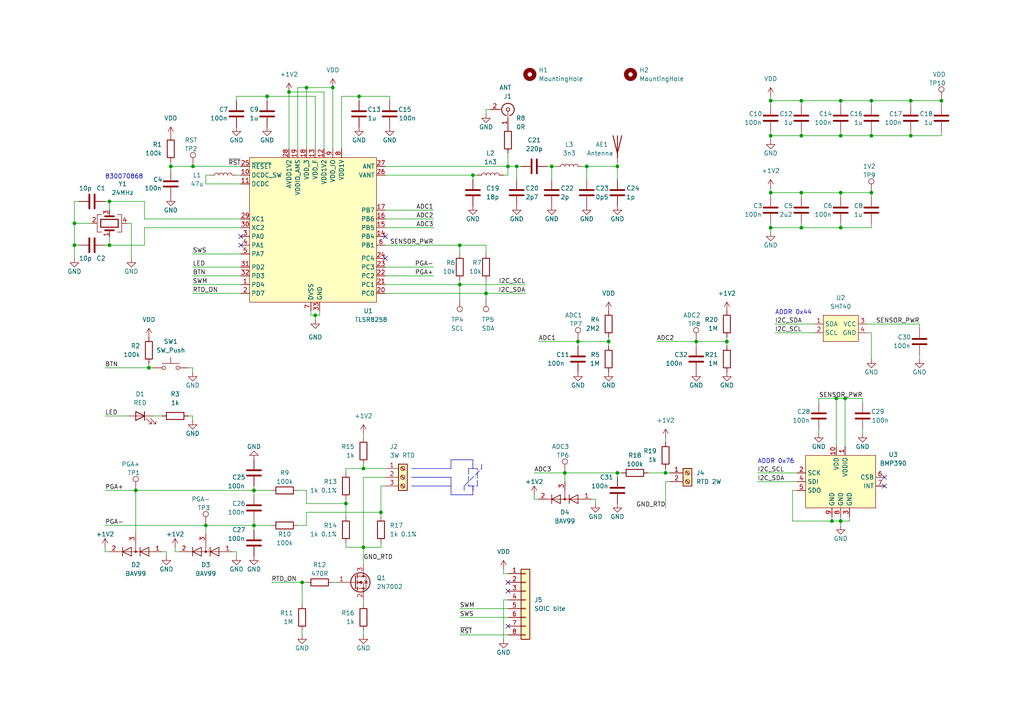
<source format=kicad_sch>
(kicad_sch (version 20211123) (generator eeschema)
  (paper "A4")
  (junction (at 241.3 151.13))
  (junction (at 176.53 99.06))
  (junction (at 232.41 39.37))
  (junction (at 232.41 66.04))
  (junction (at 223.52 39.37))
  (junction (at 73.66 152.4))
  (junction (at 88.9 25.4))
  (junction (at 91.44 91.44))
  (junction (at 232.41 29.21))
  (junction (at 223.52 55.88))
  (junction (at 73.66 142.24))
  (junction (at 55.9732 48.26))
  (junction (at 167.64 99.06))
  (junction (at 179.07 137.16))
  (junction (at 242.57 115.57))
  (junction (at 243.84 66.04))
  (junction (at 105.41 135.89))
  (junction (at 49.53 48.26))
  (junction (at 273.05 29.21))
  (junction (at 243.84 39.37))
  (junction (at 179.07 48.26))
  (junction (at 137.16 50.8))
  (junction (at 264.16 29.21))
  (junction (at 104.14 27.94))
  (junction (at 133.35 82.55))
  (junction (at 59.69 152.4))
  (junction (at 223.52 29.21))
  (junction (at 39.37 142.24))
  (junction (at 252.73 29.21))
  (junction (at 31.75 58.42))
  (junction (at 133.35 71.12))
  (junction (at 110.49 148.59))
  (junction (at 149.86 48.26))
  (junction (at 83.82 26.67))
  (junction (at 31.75 71.12))
  (junction (at 232.41 55.88))
  (junction (at 243.84 55.88))
  (junction (at 87.63 168.91))
  (junction (at 105.41 158.75))
  (junction (at 163.83 137.16))
  (junction (at 140.97 85.09))
  (junction (at 21.59 64.77))
  (junction (at 21.59 71.12))
  (junction (at 245.11 115.57))
  (junction (at 210.82 99.06))
  (junction (at 243.84 151.13))
  (junction (at 100.33 146.05))
  (junction (at 43.18 106.68))
  (junction (at 96.52 25.4))
  (junction (at 252.73 39.37))
  (junction (at 252.73 55.88))
  (junction (at 193.04 137.16))
  (junction (at 160.02 48.26))
  (junction (at 77.47 27.94))
  (junction (at 170.18 48.26))
  (junction (at 264.16 39.37))
  (junction (at 201.93 99.06))
  (junction (at 243.84 29.21))
  (junction (at 147.32 48.26))
  (junction (at 223.52 66.04))
  (no_connect (at 69.85 71.12))
  (no_connect (at 111.76 74.93))
  (no_connect (at 256.54 140.97))
  (no_connect (at 256.54 138.43))
  (no_connect (at 147.32 171.45))
  (no_connect (at 111.76 68.58))
  (no_connect (at 147.32 168.91))
  (no_connect (at 69.85 68.58))
  (no_connect (at 147.32 181.61))
  (wire (pts (xy 111.76 85.09) (xy 140.97 85.09)))
  (wire (pts (xy 90.17 90.17) (xy 90.17 91.44)))
  (wire (pts (xy 41.91 63.5) (xy 69.85 63.5)))
  (wire (pts (xy 243.84 39.37) (xy 252.73 39.37)))
  (wire (pts (xy 73.66 140.97) (xy 73.66 142.24)))
  (wire (pts (xy 149.86 48.26) (xy 151.13 48.26)))
  (polyline (pts (xy 134.62 140.97) (xy 134.62 142.24)))
  (wire (pts (xy 100.33 135.89) (xy 100.33 137.16)))
  (wire (pts (xy 154.94 137.16) (xy 163.83 137.16)))
  (wire (pts (xy 111.76 66.04) (xy 125.73 66.04)))
  (wire (pts (xy 38.1 64.77) (xy 36.83 64.77)))
  (wire (pts (xy 146.05 185.42) (xy 146.05 173.99)))
  (wire (pts (xy 111.76 60.96) (xy 125.73 60.96)))
  (wire (pts (xy 264.16 39.37) (xy 252.73 39.37)))
  (wire (pts (xy 41.91 63.5) (xy 41.91 58.42)))
  (wire (pts (xy 243.84 151.13) (xy 246.38 151.13)))
  (wire (pts (xy 111.76 82.55) (xy 133.35 82.55)))
  (wire (pts (xy 73.66 142.24) (xy 73.66 143.51)))
  (wire (pts (xy 147.32 44.45) (xy 147.32 48.26)))
  (wire (pts (xy 59.69 53.34) (xy 69.85 53.34)))
  (wire (pts (xy 55.88 121.92) (xy 55.88 120.65)))
  (wire (pts (xy 146.05 173.99) (xy 147.32 173.99)))
  (wire (pts (xy 105.41 138.43) (xy 105.41 158.75)))
  (polyline (pts (xy 137.16 143.51) (xy 137.16 142.24)) (stroke (width 0) (type solid)))
  (wire (pts (xy 49.53 48.26) (xy 49.53 49.53)))
  (wire (pts (xy 110.49 157.48) (xy 110.49 158.75)))
  (wire (pts (xy 232.41 64.77) (xy 232.41 66.04)))
  (wire (pts (xy 43.18 105.41) (xy 43.18 106.68)))
  (wire (pts (xy 223.52 39.37) (xy 223.52 38.1)))
  (polyline (pts (xy 119.38 138.43) (xy 130.81 138.43)) (stroke (width 0) (type solid)))
  (wire (pts (xy 232.41 57.15) (xy 232.41 55.88)))
  (wire (pts (xy 193.04 135.89) (xy 193.04 137.16)))
  (wire (pts (xy 160.02 48.26) (xy 160.02 52.07)))
  (wire (pts (xy 201.93 99.06) (xy 210.82 99.06)))
  (wire (pts (xy 88.9 148.59) (xy 110.49 148.59)))
  (wire (pts (xy 156.21 99.06) (xy 167.64 99.06)))
  (wire (pts (xy 158.75 48.26) (xy 160.02 48.26)))
  (wire (pts (xy 243.84 38.1) (xy 243.84 39.37)))
  (wire (pts (xy 21.59 71.12) (xy 22.86 71.12)))
  (wire (pts (xy 111.76 63.5) (xy 125.73 63.5)))
  (wire (pts (xy 68.58 29.21) (xy 68.58 27.94)))
  (wire (pts (xy 168.91 48.26) (xy 170.18 48.26)))
  (polyline (pts (xy 137.16 134.62) (xy 137.16 135.89)))
  (polyline (pts (xy 137.16 133.35) (xy 137.16 134.62)) (stroke (width 0) (type solid)))
  (wire (pts (xy 170.18 48.26) (xy 170.18 52.07)))
  (wire (pts (xy 100.33 135.89) (xy 105.41 135.89)))
  (wire (pts (xy 219.71 137.16) (xy 231.14 137.16)))
  (wire (pts (xy 48.26 160.02) (xy 48.26 161.29)))
  (wire (pts (xy 147.32 50.8) (xy 146.05 50.8)))
  (wire (pts (xy 176.53 97.79) (xy 176.53 99.06)))
  (wire (pts (xy 105.41 125.73) (xy 105.41 127)))
  (wire (pts (xy 77.47 27.94) (xy 91.44 27.94)))
  (wire (pts (xy 252.73 66.04) (xy 252.73 64.77)))
  (polyline (pts (xy 138.43 140.97) (xy 138.43 135.89)))
  (wire (pts (xy 251.46 93.98) (xy 266.7 93.98)))
  (wire (pts (xy 242.57 129.54) (xy 242.57 115.57)))
  (wire (pts (xy 41.91 58.42) (xy 31.75 58.42)))
  (wire (pts (xy 39.37 142.24) (xy 39.37 154.94)))
  (wire (pts (xy 96.52 168.91) (xy 97.79 168.91)))
  (wire (pts (xy 88.9 152.4) (xy 88.9 148.59)))
  (wire (pts (xy 219.71 139.7) (xy 231.14 139.7)))
  (wire (pts (xy 105.41 182.88) (xy 105.41 184.15)))
  (wire (pts (xy 224.79 93.98) (xy 236.22 93.98)))
  (wire (pts (xy 87.63 182.88) (xy 87.63 184.15)))
  (wire (pts (xy 21.59 64.77) (xy 21.59 71.12)))
  (wire (pts (xy 229.87 142.24) (xy 229.87 151.13)))
  (wire (pts (xy 55.88 106.68) (xy 54.61 106.68)))
  (polyline (pts (xy 134.62 140.97) (xy 139.7 135.89)))
  (wire (pts (xy 41.91 66.04) (xy 69.85 66.04)))
  (wire (pts (xy 232.41 29.21) (xy 243.84 29.21)))
  (wire (pts (xy 49.53 48.26) (xy 55.9732 48.26)))
  (wire (pts (xy 179.07 138.43) (xy 179.07 137.16)))
  (polyline (pts (xy 137.16 135.89) (xy 138.43 135.89)))
  (wire (pts (xy 59.69 152.4) (xy 59.69 154.94)))
  (wire (pts (xy 243.84 55.88) (xy 252.73 55.88)))
  (wire (pts (xy 88.9 25.4) (xy 88.9 43.18)))
  (wire (pts (xy 31.75 68.58) (xy 31.75 71.12)))
  (wire (pts (xy 100.33 146.05) (xy 100.33 149.86)))
  (wire (pts (xy 55.88 80.01) (xy 69.85 80.01)))
  (wire (pts (xy 41.91 66.04) (xy 41.91 71.12)))
  (wire (pts (xy 78.74 152.4) (xy 73.66 152.4)))
  (wire (pts (xy 41.91 71.12) (xy 31.75 71.12)))
  (polyline (pts (xy 130.81 143.51) (xy 137.16 143.51)) (stroke (width 0) (type solid)))
  (wire (pts (xy 100.33 158.75) (xy 105.41 158.75)))
  (wire (pts (xy 86.36 152.4) (xy 88.9 152.4)))
  (wire (pts (xy 46.99 120.65) (xy 44.45 120.65)))
  (polyline (pts (xy 130.81 138.43) (xy 130.81 140.97)) (stroke (width 0) (type solid)))
  (wire (pts (xy 187.96 137.16) (xy 193.04 137.16)))
  (wire (pts (xy 223.52 27.94) (xy 223.52 29.21)))
  (wire (pts (xy 31.75 160.02) (xy 30.48 160.02)))
  (wire (pts (xy 140.97 85.09) (xy 152.4 85.09)))
  (wire (pts (xy 88.9 142.24) (xy 88.9 146.05)))
  (wire (pts (xy 36.83 120.65) (xy 30.48 120.65)))
  (wire (pts (xy 223.52 67.31) (xy 223.52 66.04)))
  (wire (pts (xy 55.88 73.66) (xy 69.85 73.66)))
  (wire (pts (xy 190.5 99.06) (xy 201.93 99.06)))
  (wire (pts (xy 52.07 160.02) (xy 50.8 160.02)))
  (wire (pts (xy 59.69 50.8) (xy 59.69 53.34)))
  (wire (pts (xy 105.41 134.62) (xy 105.41 135.89)))
  (wire (pts (xy 223.52 54.61) (xy 223.52 55.88)))
  (wire (pts (xy 111.76 77.47) (xy 125.73 77.47)))
  (wire (pts (xy 111.76 50.8) (xy 137.16 50.8)))
  (wire (pts (xy 68.58 160.02) (xy 68.58 161.29)))
  (wire (pts (xy 252.73 104.14) (xy 252.73 96.52)))
  (wire (pts (xy 87.63 168.91) (xy 88.9 168.91)))
  (wire (pts (xy 100.33 144.78) (xy 100.33 146.05)))
  (wire (pts (xy 83.82 26.67) (xy 83.82 43.18)))
  (wire (pts (xy 105.41 138.43) (xy 111.76 138.43)))
  (wire (pts (xy 55.88 107.95) (xy 55.88 106.68)))
  (wire (pts (xy 30.48 58.42) (xy 31.75 58.42)))
  (wire (pts (xy 273.05 38.1) (xy 273.05 39.37)))
  (wire (pts (xy 170.18 48.26) (xy 179.07 48.26)))
  (wire (pts (xy 73.66 142.24) (xy 78.74 142.24)))
  (wire (pts (xy 73.66 151.13) (xy 73.66 152.4)))
  (wire (pts (xy 167.64 99.06) (xy 167.64 100.33)))
  (wire (pts (xy 55.88 120.65) (xy 54.61 120.65)))
  (wire (pts (xy 229.87 151.13) (xy 241.3 151.13)))
  (wire (pts (xy 133.35 82.55) (xy 133.35 86.36)))
  (wire (pts (xy 223.52 66.04) (xy 232.41 66.04)))
  (wire (pts (xy 49.53 46.99) (xy 49.53 48.26)))
  (polyline (pts (xy 135.89 140.97) (xy 138.43 140.97)))
  (wire (pts (xy 133.35 176.53) (xy 147.32 176.53)))
  (wire (pts (xy 266.7 93.98) (xy 266.7 95.25)))
  (wire (pts (xy 67.31 160.02) (xy 68.58 160.02)))
  (wire (pts (xy 232.41 39.37) (xy 243.84 39.37)))
  (wire (pts (xy 243.84 29.21) (xy 252.73 29.21)))
  (wire (pts (xy 43.18 106.68) (xy 30.48 106.68)))
  (wire (pts (xy 250.19 124.46) (xy 250.19 125.73)))
  (wire (pts (xy 232.41 38.1) (xy 232.41 39.37)))
  (wire (pts (xy 264.16 38.1) (xy 264.16 39.37)))
  (wire (pts (xy 264.16 39.37) (xy 273.05 39.37)))
  (polyline (pts (xy 119.38 135.89) (xy 130.81 135.89)) (stroke (width 0) (type solid)))
  (wire (pts (xy 88.9 146.05) (xy 100.33 146.05)))
  (wire (pts (xy 140.97 73.66) (xy 140.97 71.12)))
  (wire (pts (xy 111.76 80.01) (xy 125.73 80.01)))
  (wire (pts (xy 21.59 64.77) (xy 26.67 64.77)))
  (wire (pts (xy 147.32 48.26) (xy 149.86 48.26)))
  (wire (pts (xy 59.69 152.4) (xy 73.66 152.4)))
  (polyline (pts (xy 130.81 133.35) (xy 137.16 133.35)) (stroke (width 0) (type solid)))
  (wire (pts (xy 243.84 64.77) (xy 243.84 66.04)))
  (wire (pts (xy 245.11 115.57) (xy 245.11 129.54)))
  (wire (pts (xy 241.3 151.13) (xy 243.84 151.13)))
  (wire (pts (xy 156.21 144.78) (xy 154.94 144.78)))
  (wire (pts (xy 223.52 39.37) (xy 232.41 39.37)))
  (wire (pts (xy 232.41 55.88) (xy 223.52 55.88)))
  (wire (pts (xy 38.1 74.93) (xy 38.1 64.77)))
  (wire (pts (xy 163.83 137.16) (xy 179.07 137.16)))
  (wire (pts (xy 93.98 26.67) (xy 83.82 26.67)))
  (wire (pts (xy 55.9732 48.26) (xy 69.85 48.26)))
  (wire (pts (xy 224.79 96.52) (xy 236.22 96.52)))
  (wire (pts (xy 146.05 165.1) (xy 146.05 166.37)))
  (wire (pts (xy 232.41 30.48) (xy 232.41 29.21)))
  (wire (pts (xy 223.52 55.88) (xy 223.52 57.15)))
  (wire (pts (xy 179.07 46.99) (xy 179.07 48.26)))
  (wire (pts (xy 246.38 149.86) (xy 246.38 151.13)))
  (wire (pts (xy 140.97 31.75) (xy 140.97 33.02)))
  (wire (pts (xy 55.88 77.47) (xy 69.85 77.47)))
  (polyline (pts (xy 137.16 135.89) (xy 135.89 135.89)))
  (wire (pts (xy 232.41 29.21) (xy 223.52 29.21)))
  (wire (pts (xy 210.82 99.06) (xy 210.82 100.33)))
  (wire (pts (xy 243.84 57.15) (xy 243.84 55.88)))
  (wire (pts (xy 99.06 43.18) (xy 99.06 27.94)))
  (wire (pts (xy 252.73 96.52) (xy 251.46 96.52)))
  (wire (pts (xy 193.04 139.7) (xy 193.04 147.32)))
  (wire (pts (xy 91.44 27.94) (xy 91.44 43.18)))
  (wire (pts (xy 77.47 29.21) (xy 77.47 27.94)))
  (wire (pts (xy 237.49 124.46) (xy 237.49 125.73)))
  (wire (pts (xy 87.63 175.26) (xy 87.63 168.91)))
  (wire (pts (xy 172.72 144.78) (xy 172.72 146.05)))
  (wire (pts (xy 140.97 71.12) (xy 133.35 71.12)))
  (wire (pts (xy 264.16 29.21) (xy 273.05 29.21)))
  (wire (pts (xy 100.33 157.48) (xy 100.33 158.75)))
  (wire (pts (xy 133.35 82.55) (xy 133.35 81.28)))
  (wire (pts (xy 110.49 140.97) (xy 110.49 148.59)))
  (wire (pts (xy 237.49 115.57) (xy 237.49 116.84)))
  (wire (pts (xy 250.19 115.57) (xy 250.19 116.84)))
  (wire (pts (xy 93.98 26.67) (xy 93.98 43.18)))
  (wire (pts (xy 86.36 25.4) (xy 86.36 43.18)))
  (polyline (pts (xy 139.7 134.62) (xy 139.7 135.89)))
  (wire (pts (xy 110.49 140.97) (xy 111.76 140.97)))
  (wire (pts (xy 201.93 99.06) (xy 201.93 100.33)))
  (wire (pts (xy 179.07 137.16) (xy 180.34 137.16)))
  (wire (pts (xy 60.96 50.8) (xy 59.69 50.8)))
  (wire (pts (xy 140.97 85.09) (xy 140.97 86.36)))
  (wire (pts (xy 21.59 58.42) (xy 21.59 64.77)))
  (wire (pts (xy 273.05 30.48) (xy 273.05 29.21)))
  (wire (pts (xy 210.82 97.79) (xy 210.82 99.06)))
  (wire (pts (xy 163.83 139.7) (xy 163.83 137.16)))
  (wire (pts (xy 55.88 82.55) (xy 69.85 82.55)))
  (wire (pts (xy 137.16 50.8) (xy 137.16 52.07)))
  (wire (pts (xy 223.52 66.04) (xy 223.52 64.77)))
  (wire (pts (xy 171.45 144.78) (xy 172.72 144.78)))
  (wire (pts (xy 31.75 58.42) (xy 31.75 60.96)))
  (wire (pts (xy 193.04 139.7) (xy 194.31 139.7)))
  (wire (pts (xy 68.58 27.94) (xy 77.47 27.94)))
  (wire (pts (xy 105.41 135.89) (xy 111.76 135.89)))
  (polyline (pts (xy 137.16 140.97) (xy 137.16 142.24)) (stroke (width 0) (type solid)))
  (wire (pts (xy 243.84 66.04) (xy 252.73 66.04)))
  (wire (pts (xy 96.52 25.4) (xy 88.9 25.4)))
  (wire (pts (xy 113.03 27.94) (xy 113.03 29.21)))
  (wire (pts (xy 99.06 27.94) (xy 104.14 27.94)))
  (wire (pts (xy 142.24 31.75) (xy 140.97 31.75)))
  (wire (pts (xy 252.73 30.48) (xy 252.73 29.21)))
  (wire (pts (xy 176.53 99.06) (xy 176.53 100.33)))
  (polyline (pts (xy 137.16 140.97) (xy 137.16 142.24)) (stroke (width 0) (type solid)))
  (wire (pts (xy 232.41 66.04) (xy 243.84 66.04)))
  (wire (pts (xy 140.97 85.09) (xy 140.97 81.28)))
  (wire (pts (xy 243.84 149.86) (xy 243.84 151.13)))
  (wire (pts (xy 105.41 158.75) (xy 105.41 163.83)))
  (wire (pts (xy 252.73 29.21) (xy 264.16 29.21)))
  (wire (pts (xy 243.84 151.13) (xy 243.84 152.4)))
  (wire (pts (xy 78.74 168.91) (xy 87.63 168.91)))
  (wire (pts (xy 154.94 144.78) (xy 154.94 143.51)))
  (wire (pts (xy 167.64 99.06) (xy 176.53 99.06)))
  (wire (pts (xy 105.41 158.75) (xy 110.49 158.75)))
  (wire (pts (xy 30.48 142.24) (xy 39.37 142.24)))
  (polyline (pts (xy 119.38 140.97) (xy 130.81 140.97)) (stroke (width 0) (type solid)))
  (wire (pts (xy 133.35 82.55) (xy 152.4 82.55)))
  (wire (pts (xy 252.73 39.37) (xy 252.73 38.1)))
  (wire (pts (xy 137.16 50.8) (xy 138.43 50.8)))
  (wire (pts (xy 68.58 50.8) (xy 69.85 50.8)))
  (wire (pts (xy 232.41 55.88) (xy 243.84 55.88)))
  (wire (pts (xy 91.44 91.44) (xy 91.44 92.71)))
  (wire (pts (xy 96.52 25.4) (xy 96.52 43.18)))
  (wire (pts (xy 266.7 102.87) (xy 266.7 104.14)))
  (wire (pts (xy 147.32 48.26) (xy 147.32 50.8)))
  (wire (pts (xy 231.14 142.24) (xy 229.87 142.24)))
  (wire (pts (xy 22.86 58.42) (xy 21.59 58.42)))
  (wire (pts (xy 86.36 142.24) (xy 88.9 142.24)))
  (wire (pts (xy 21.59 71.12) (xy 21.59 74.93)))
  (wire (pts (xy 50.8 160.02) (xy 50.8 158.75)))
  (polyline (pts (xy 130.81 135.89) (xy 130.81 133.35)) (stroke (width 0) (type solid)))
  (wire (pts (xy 252.73 57.15) (xy 252.73 55.88)))
  (wire (pts (xy 242.57 115.57) (xy 237.49 115.57)))
  (wire (pts (xy 104.14 27.94) (xy 113.03 27.94)))
  (wire (pts (xy 133.35 179.07) (xy 147.32 179.07)))
  (polyline (pts (xy 130.81 140.97) (xy 130.81 143.51)) (stroke (width 0) (type solid)))
  (wire (pts (xy 223.52 40.64) (xy 223.52 39.37)))
  (wire (pts (xy 223.52 29.21) (xy 223.52 30.48)))
  (wire (pts (xy 86.36 25.4) (xy 88.9 25.4)))
  (wire (pts (xy 250.19 115.57) (xy 245.11 115.57)))
  (wire (pts (xy 55.88 85.09) (xy 69.85 85.09)))
  (wire (pts (xy 242.57 115.57) (xy 245.11 115.57)))
  (wire (pts (xy 111.76 48.26) (xy 147.32 48.26)))
  (wire (pts (xy 193.04 137.16) (xy 194.31 137.16)))
  (wire (pts (xy 73.66 152.4) (xy 73.66 153.67)))
  (wire (pts (xy 31.75 71.12) (xy 30.48 71.12)))
  (wire (pts (xy 146.05 166.37) (xy 147.32 166.37)))
  (wire (pts (xy 160.02 48.26) (xy 161.29 48.26)))
  (wire (pts (xy 30.48 160.02) (xy 30.48 158.75)))
  (wire (pts (xy 133.35 71.12) (xy 133.35 73.66)))
  (polyline (pts (xy 135.89 135.89) (xy 135.89 140.97)))
  (wire (pts (xy 104.14 27.94) (xy 104.14 29.21)))
  (wire (pts (xy 193.04 127) (xy 193.04 128.27)))
  (wire (pts (xy 264.16 30.48) (xy 264.16 29.21)))
  (wire (pts (xy 92.71 90.17) (xy 92.71 91.44)))
  (wire (pts (xy 30.48 152.4) (xy 59.69 152.4)))
  (wire (pts (xy 179.07 48.26) (xy 179.07 52.07)))
  (wire (pts (xy 46.99 160.02) (xy 48.26 160.02)))
  (wire (pts (xy 91.44 91.44) (xy 92.71 91.44)))
  (wire (pts (xy 105.41 173.99) (xy 105.41 175.26)))
  (wire (pts (xy 39.37 142.24) (xy 73.66 142.24)))
  (wire (pts (xy 110.49 148.59) (xy 110.49 149.86)))
  (wire (pts (xy 133.35 184.15) (xy 147.32 184.15)))
  (wire (pts (xy 44.45 106.68) (xy 43.18 106.68)))
  (wire (pts (xy 90.17 91.44) (xy 91.44 91.44)))
  (wire (pts (xy 241.3 149.86) (xy 241.3 151.13)))
  (wire (pts (xy 243.84 30.48) (xy 243.84 29.21)))
  (wire (pts (xy 149.86 48.26) (xy 149.86 52.07)))
  (wire (pts (xy 111.76 71.12) (xy 133.35 71.12)))
  (text "ADDR 0x44" (at 224.79 91.44 0) (effects (font (size 1.27 1.27)) (justify left bottom)))
  (text "ADDR 0x76" (at 219.71 134.62 0) (effects (font (size 1.27 1.27)) (justify left bottom)))
  (text "830070868" (at 30.48 52.07 0) (effects (font (size 1.27 1.27)) (justify left bottom)))
  (label "I2C_SDA" (at 152.4 85.09 180))
  (label "I2C_SDA" (at 224.79 93.98 0))
  (label "PGA+" (at 125.73 80.01 180))
  (label "SWM" (at 133.35 176.53 0))
  (label "I2C_SCL" (at 224.79 96.52 0))
  (label "SWS" (at 133.35 179.07 0))
  (label "ADC1" (at 125.73 60.96 180))
  (label "BTN" (at 55.88 80.01 0))
  (label "ADC2" (at 190.5 99.06 0))
  (label "RTD_ON" (at 55.88 85.09 0))
  (label "ADC2" (at 125.73 63.5 180))
  (label "SENSOR_PWR" (at 250.19 115.57 180))
  (label "BTN" (at 30.48 106.68 0))
  (label "SENSOR_PWR" (at 125.73 71.12 180))
  (label "I2C_SCL" (at 219.71 137.16 0))
  (label "I2C_SDA" (at 219.71 139.7 0))
  (label "LED" (at 55.88 77.47 0))
  (label "PGA-" (at 125.73 77.47 180))
  (label "SWS" (at 55.88 73.66 0))
  (label "LED" (at 30.48 120.65 0))
  (label "ADC3" (at 154.94 137.16 0))
  (label "SENSOR_PWR" (at 266.7 93.98 180))
  (label "~{RST}" (at 69.85 48.26 180))
  (label "ADC1" (at 156.21 99.06 0))
  (label "RTD_ON" (at 78.74 168.91 0))
  (label "ADC3" (at 125.73 66.04 180))
  (label "PGA+" (at 30.48 142.24 0))
  (label "PGA-" (at 30.48 152.4 0))
  (label "~{RST}" (at 133.35 184.15 0))
  (label "GND_RTD" (at 105.41 162.56 0))
  (label "I2C_SCL" (at 152.4 82.55 180))
  (label "GND_RTD" (at 193.04 147.32 180))
  (label "SWM" (at 55.88 82.55 0))
  (symbol (lib_id "Device:C") (at 68.58 33.02 0) (unit 1)
    (property "Reference" "C7" (at 63.5 31.75 0) (effects (justify left)))
    (property "Value" "100n" (at 60.96 34.29 0) (effects (justify left)))
    (property "Footprint" "Capacitor_SMD:C_0603_1608Metric" (effects hide))
  )
  (symbol (lib_id "power:GND") (at 73.66 161.29 0) (unit 1)
    (property "Reference" "#PWR033" (effects hide))
    (property "Value" "GND" (at 73.66 165.1 0))
  )
  (symbol (lib_id "Connector:TestPoint") (at 133.35 86.36 180) (unit 1)
    (property "Reference" "TP4" (at 130.81 92.71 0) (effects (justify right)))
    (property "Value" "SCL" (at 130.81 95.25 0) (effects (justify right)))
    (property "Footprint" "TestPoint:TestPoint_Pad_D1.0mm" (effects hide))
  )
  (symbol (lib_id "Device:R") (at 210.82 93.98 0) (mirror y) (unit 1)
    (property "Reference" "R20" (at 208.28 92.71 0) (effects (justify left)))
    (property "Value" "1M" (at 208.28 95.25 0) (effects (justify left)))
    (property "Footprint" "Resistor_SMD:R_0603_1608Metric" (effects hide))
  )
  (symbol (lib_id "power:GND") (at 250.19 125.73 0) (unit 1)
    (property "Reference" "#PWR039" (effects hide))
    (property "Value" "GND" (at 250.19 129.54 0))
  )
  (symbol (lib_id "power:GND") (at 167.64 107.95 0) (unit 1)
    (property "Reference" "#PWR015" (effects hide))
    (property "Value" "GND" (at 167.64 111.76 0))
  )
  (symbol (lib_id "power:GND") (at 55.88 121.92 0) (mirror y) (unit 1)
    (property "Reference" "#PWR010" (effects hide))
    (property "Value" "GND" (at 55.88 125.73 0))
  )
  (symbol (lib_id "bosh:BMP390") (at 243.84 139.7 0) (unit 1)
    (property "Reference" "U3" (at 259.08 131.8512 0))
    (property "Value" "BMP390" (at 259.08 134.3912 0))
    (property "Footprint" "bosh:BMP390" (effects hide))
  )
  (symbol (lib_id "power:GND") (at 172.72 146.05 0) (unit 1)
    (property "Reference" "#PWR0104" (effects hide))
    (property "Value" "GND" (at 172.72 149.86 0))
  )
  (symbol (lib_id "Device:R") (at 140.97 77.47 0) (mirror y) (unit 1)
    (property "Reference" "R7" (at 139.7 76.2 0) (effects (justify left)))
    (property "Value" "10k" (at 139.7 78.74 0) (effects (justify left)))
    (property "Footprint" "Resistor_SMD:R_0603_1608Metric" (effects hide))
  )
  (symbol (lib_id "Switch:SW_Push") (at 49.53 106.68 0) (mirror y) (unit 1)
    (property "Reference" "SW1" (at 49.53 99.06 0))
    (property "Value" "SW_Push" (at 49.53 101.6 0))
    (property "Footprint" "Button_Switch_SMD:SW_SPST_EVQPE1" (effects hide))
  )
  (symbol (lib_id "Device:L") (at 165.1 48.26 90) (unit 1)
    (property "Reference" "L3" (at 165.1 41.91 90))
    (property "Value" "3n3" (at 165.1 44.45 90))
    (property "Footprint" "Inductor_SMD:L_0402_1005Metric" (effects hide))
  )
  (symbol (lib_id "power:GND") (at 170.18 59.69 0) (unit 1)
    (property "Reference" "#PWR025" (effects hide))
    (property "Value" "GND" (at 170.18 63.5 0))
  )
  (symbol (lib_id "Device:L") (at 64.77 50.8 90) (unit 1)
    (property "Reference" "L1" (at 57.15 50.8 90))
    (property "Value" "47u" (at 57.15 53.34 90))
    (property "Footprint" "Inductor_SMD:L_0805_2012Metric" (effects hide))
  )
  (symbol (lib_id "Device:R") (at 176.53 104.14 0) (mirror y) (unit 1)
    (property "Reference" "R5" (at 173.99 102.87 0) (effects (justify left)))
    (property "Value" "1M" (at 173.99 105.41 0) (effects (justify left)))
    (property "Footprint" "Resistor_SMD:R_0603_1608Metric" (effects hide))
  )
  (symbol (lib_id "Device:Crystal_GND24") (at 31.75 64.77 90) (unit 1)
    (property "Reference" "Y1" (at 35.56 53.34 90))
    (property "Value" "24MHz" (at 35.56 55.88 90))
    (property "Footprint" "Crystal:Crystal_SMD_3225-4Pin_3.2x2.5mm" (effects hide))
  )
  (symbol (lib_id "power:GND") (at 179.07 146.05 0) (unit 1)
    (property "Reference" "#PWR0103" (effects hide))
    (property "Value" "GND" (at 179.07 149.86 0))
  )
  (symbol (lib_id "Device:R") (at 210.82 104.14 0) (mirror y) (unit 1)
    (property "Reference" "R21" (at 208.28 102.87 0) (effects (justify left)))
    (property "Value" "1M" (at 208.28 105.41 0) (effects (justify left)))
    (property "Footprint" "Resistor_SMD:R_0603_1608Metric" (effects hide))
  )
  (symbol (lib_id "Connector:Conn_Coaxial") (at 147.32 31.75 270) (mirror x) (unit 1)
    (property "Reference" "J1" (at 146.05 27.94 90) (effects (justify left)))
    (property "Value" "ANT" (at 144.78 25.4 90) (effects (justify left)))
    (property "Footprint" "Connector_Coaxial:U.FL_Molex_MCRF_73412-0110_Vertical" (effects hide))
    (property "Datasheet" " ~" (effects hide))
  )
  (symbol (lib_id "power:GND") (at 104.14 36.83 0) (unit 1)
    (property "Reference" "#PWR020" (effects hide))
    (property "Value" "GND" (at 104.14 40.64 0))
  )
  (symbol (lib_id "power:GND") (at 160.02 59.69 0) (unit 1)
    (property "Reference" "#PWR024" (effects hide))
    (property "Value" "GND" (at 160.02 63.5 0))
  )
  (symbol (lib_id "power:GND") (at 38.1 74.93 0) (unit 1)
    (property "Reference" "#PWR02" (effects hide))
    (property "Value" "GND" (at 38.1 78.74 0))
  )
  (symbol (lib_id "Device:C") (at 266.7 99.06 0) (unit 1)
    (property "Reference" "C30" (at 260.35 97.79 0) (effects (justify left)))
    (property "Value" "100n" (at 259.08 100.33 0) (effects (justify left)))
    (property "Footprint" "Capacitor_SMD:C_0603_1608Metric" (effects hide))
  )
  (symbol (lib_id "power:GND") (at 87.63 184.15 0) (unit 1)
    (property "Reference" "#PWR034" (effects hide))
    (property "Value" "GND" (at 87.63 187.96 0))
  )
  (symbol (lib_id "power:GND") (at 201.93 107.95 0) (unit 1)
    (property "Reference" "#PWR0108" (effects hide))
    (property "Value" "GND" (at 201.93 111.76 0))
  )
  (symbol (lib_id "Device:C") (at 73.66 147.32 0) (unit 1)
    (property "Reference" "C26" (at 67.31 146.05 0) (effects (justify left)))
    (property "Value" "100n" (at 66.04 148.59 0) (effects (justify left)))
    (property "Footprint" "Capacitor_SMD:C_0603_1608Metric" (effects hide))
  )
  (symbol (lib_id "Device:R") (at 105.41 179.07 0) (mirror y) (unit 1)
    (property "Reference" "R16" (at 102.87 177.8 0) (effects (justify left)))
    (property "Value" "1k" (at 102.87 180.34 0) (effects (justify left)))
    (property "Footprint" "Resistor_SMD:R_0603_1608Metric" (effects hide))
  )
  (symbol (lib_id "Device:C") (at 26.67 71.12 270) (mirror x) (unit 1)
    (property "Reference" "C2" (at 27.94 74.93 90) (effects (justify left)))
    (property "Value" "10p" (at 22.86 74.93 90) (effects (justify left)))
    (property "Footprint" "Capacitor_SMD:C_0603_1608Metric" (effects hide))
  )
  (symbol (lib_id "Device:C") (at 154.94 48.26 90) (unit 1)
    (property "Reference" "C21" (at 154.94 40.64 90))
    (property "Value" "220p" (at 154.94 43.18 90))
    (property "Footprint" "Capacitor_SMD:C_0402_1005Metric" (effects hide))
  )
  (symbol (lib_id "power:+1V2") (at 154.94 143.51 0) (unit 1)
    (property "Reference" "#PWR0105" (effects hide))
    (property "Value" "+1V2" (at 154.94 139.7 0))
  )
  (symbol (lib_id "Connector:TestPoint") (at 167.64 99.06 0) (unit 1)
    (property "Reference" "TP7" (at 168.91 93.98 0) (effects (justify right)))
    (property "Value" "ADC1" (at 168.91 91.44 0) (effects (justify right)))
    (property "Footprint" "TestPoint:TestPoint_Pad_D1.0mm" (effects hide))
  )
  (symbol (lib_id "Connector:TestPoint") (at 39.37 142.24 0) (unit 1)
    (property "Reference" "TP1" (at 40.64 137.16 0) (effects (justify right)))
    (property "Value" "PGA+" (at 40.64 134.62 0) (effects (justify right)))
    (property "Footprint" "TestPoint:TestPoint_Pad_D1.0mm" (effects hide))
  )
  (symbol (lib_id "Device:LED") (at 40.64 120.65 0) (mirror y) (unit 1)
    (property "Reference" "D1" (at 40.64 114.3 0))
    (property "Value" "RED" (at 40.64 116.84 0))
    (property "Footprint" "LED_SMD:LED_0603_1608Metric" (effects hide))
  )
  (symbol (lib_id "Device:Antenna") (at 179.07 41.91 0) (unit 1)
    (property "Reference" "AE1" (at 172.72 41.91 0) (effects (justify left)))
    (property "Value" "Antenna" (at 170.18 44.45 0) (effects (justify left)))
    (property "Footprint" "RF_Antenna:Johanson_2450AT18x100" (effects hide))
  )
  (symbol (lib_id "Device:C") (at 223.52 60.96 0) (unit 1)
    (property "Reference" "C3" (at 218.44 59.69 0) (effects (justify left)))
    (property "Value" "100n" (at 215.9 62.23 0) (effects (justify left)))
    (property "Footprint" "Capacitor_SMD:C_0603_1608Metric" (effects hide))
  )
  (symbol (lib_id "power:+1V2") (at 210.82 90.17 0) (unit 1)
    (property "Reference" "#PWR0107" (effects hide))
    (property "Value" "+1V2" (at 210.82 85.09 0))
  )
  (symbol (lib_id "Device:R") (at 193.04 132.08 0) (mirror y) (unit 1)
    (property "Reference" "R19" (at 190.5 130.81 0) (effects (justify left)))
    (property "Value" "1k" (at 190.5 133.35 0) (effects (justify left)))
    (property "Footprint" "Resistor_SMD:R_0603_1608Metric" (effects hide))
  )
  (symbol (lib_id "power:VDD") (at 43.18 97.79 0) (unit 1)
    (property "Reference" "#PWR07" (effects hide))
    (property "Value" "VDD" (at 43.18 92.71 0))
  )
  (symbol (lib_id "power:+1V2") (at 50.8 158.75 0) (unit 1)
    (property "Reference" "#PWR030" (effects hide))
    (property "Value" "+1V2" (at 50.8 154.94 0))
  )
  (symbol (lib_id "Device:C") (at 243.84 34.29 0) (unit 1)
    (property "Reference" "C14" (at 237.49 33.02 0) (effects (justify left)))
    (property "Value" "100n" (at 236.22 35.56 0) (effects (justify left)))
    (property "Footprint" "Capacitor_SMD:C_0603_1608Metric" (effects hide))
  )
  (symbol (lib_id "Device:C") (at 273.05 34.29 0) (unit 1)
    (property "Reference" "C18" (at 266.7 33.02 0) (effects (justify left)))
    (property "Value" "1u" (at 267.97 35.56 0) (effects (justify left)))
    (property "Footprint" "Capacitor_SMD:C_0603_1608Metric" (effects hide))
  )
  (symbol (lib_id "power:+1V2") (at 105.41 125.73 0) (unit 1)
    (property "Reference" "#PWR037" (effects hide))
    (property "Value" "+1V2" (at 105.41 120.65 0))
  )
  (symbol (lib_id "Device:C") (at 237.49 120.65 0) (unit 1)
    (property "Reference" "C28" (at 231.14 119.38 0) (effects (justify left)))
    (property "Value" "100n" (at 229.87 121.92 0) (effects (justify left)))
    (property "Footprint" "Capacitor_SMD:C_0603_1608Metric" (effects hide))
  )
  (symbol (lib_id "power:GND") (at 91.44 92.71 0) (unit 1)
    (property "Reference" "#PWR016" (effects hide))
    (property "Value" "GND" (at 91.44 97.79 0))
  )
  (symbol (lib_id "Connector:TestPoint") (at 252.73 55.88 0) (unit 1)
    (property "Reference" "TP9" (at 254 50.8 0) (effects (justify right)))
    (property "Value" "1V2" (at 254 48.26 0) (effects (justify right)))
    (property "Footprint" "TestPoint:TestPoint_Pad_D1.0mm" (effects hide))
  )
  (symbol (lib_id "power:GND") (at 179.07 59.69 0) (unit 1)
    (property "Reference" "#PWR027" (effects hide))
    (property "Value" "GND" (at 179.07 63.5 0))
  )
  (symbol (lib_id "power:+1V2") (at 83.82 26.67 0) (unit 1)
    (property "Reference" "#PWR012" (effects hide))
    (property "Value" "+1V2" (at 83.82 21.59 0))
  )
  (symbol (lib_id "Device:C") (at 73.66 137.16 0) (unit 1)
    (property "Reference" "C25" (at 67.31 138.43 0) (effects (justify left)))
    (property "Value" "100n" (at 66.04 140.97 0) (effects (justify left)))
    (property "Footprint" "Capacitor_SMD:C_0603_1608Metric" (effects hide))
  )
  (symbol (lib_id "power:GND") (at 223.52 40.64 0) (unit 1)
    (property "Reference" "#PWR014" (effects hide))
    (property "Value" "GND" (at 223.52 44.45 0))
  )
  (symbol (lib_id "power:GND") (at 140.97 33.02 0) (mirror y) (unit 1)
    (property "Reference" "#PWR029" (effects hide))
    (property "Value" "GND" (at 140.97 36.83 0))
  )
  (symbol (lib_id "Device:C") (at 167.64 104.14 0) (unit 1)
    (property "Reference" "C11" (at 161.29 102.87 0) (effects (justify left)))
    (property "Value" "100n" (at 158.75 105.41 0) (effects (justify left)))
    (property "Footprint" "Capacitor_SMD:C_0603_1608Metric" (effects hide))
  )
  (symbol (lib_id "power:GND") (at 68.58 161.29 0) (unit 1)
    (property "Reference" "#PWR031" (effects hide))
    (property "Value" "GND" (at 68.58 165.1 0))
  )
  (symbol (lib_id "Connector_Generic:Conn_01x08") (at 152.4 173.99 0) (unit 1)
    (property "Reference" "J5" (at 154.94 173.9899 0) (effects (justify left)))
    (property "Value" "SOIC bite" (at 154.94 176.5299 0) (effects (justify left)))
    (property "Footprint" "soicbite:SOIC_clipProgSmall" (effects hide))
  )
  (symbol (lib_id "Device:R") (at 110.49 153.67 0) (unit 1)
    (property "Reference" "R17" (at 113.03 152.3999 0) (effects (justify left)))
    (property "Value" "1k 0.1%" (at 113.03 154.9399 0) (effects (justify left)))
    (property "Footprint" "Resistor_SMD:R_0603_1608Metric" (effects hide))
  )
  (symbol (lib_id "Device:C") (at 201.93 104.14 0) (unit 1)
    (property "Reference" "C32" (at 195.58 102.87 0) (effects (justify left)))
    (property "Value" "100n" (at 193.04 105.41 0) (effects (justify left)))
    (property "Footprint" "Capacitor_SMD:C_0603_1608Metric" (effects hide))
  )
  (symbol (lib_id "power:VDD") (at 223.52 27.94 0) (unit 1)
    (property "Reference" "#PWR013" (effects hide))
    (property "Value" "VDD" (at 223.52 22.86 0))
  )
  (symbol (lib_id "power:VDD") (at 146.05 165.1 0) (unit 1)
    (property "Reference" "#PWR0101" (effects hide))
    (property "Value" "VDD" (at 146.05 160.02 0))
  )
  (symbol (lib_id "Device:R") (at 147.32 40.64 0) (mirror x) (unit 1)
    (property "Reference" "R8" (at 152.4 34.29 0) (effects (justify right)))
    (property "Value" "0R" (at 152.4 36.83 0) (effects (justify right)))
    (property "Footprint" "Resistor_SMD:R_0402_1005Metric" (effects hide))
  )
  (symbol (lib_id "power:GND") (at 49.53 57.15 0) (unit 1)
    (property "Reference" "#PWR06" (effects hide))
    (property "Value" "GND" (at 49.53 60.96 0))
  )
  (symbol (lib_id "power:GND") (at 149.86 59.69 0) (unit 1)
    (property "Reference" "#PWR023" (effects hide))
    (property "Value" "GND" (at 149.86 63.5 0))
  )
  (symbol (lib_id "power:GND") (at 252.73 104.14 0) (unit 1)
    (property "Reference" "#PWR040" (effects hide))
    (property "Value" "GND" (at 252.73 107.95 0))
  )
  (symbol (lib_id "power:GND") (at 105.41 184.15 0) (unit 1)
    (property "Reference" "#PWR038" (effects hide))
    (property "Value" "GND" (at 105.41 187.96 0))
  )
  (symbol (lib_id "power:GND") (at 146.05 185.42 0) (unit 1)
    (property "Reference" "#PWR0102" (effects hide))
    (property "Value" "GND" (at 146.05 189.23 0))
  )
  (symbol (lib_id "Device:C") (at 77.47 33.02 0) (unit 1)
    (property "Reference" "C9" (at 72.39 31.75 0) (effects (justify left)))
    (property "Value" "1u" (at 72.39 34.29 0) (effects (justify left)))
    (property "Footprint" "Capacitor_SMD:C_0603_1608Metric" (effects hide))
  )
  (symbol (lib_id "telink:TLSR8258") (at 91.44 66.04 0) (unit 1)
    (property "Reference" "U1" (at 105.41 90.17 0) (effects (justify left)))
    (property "Value" "TLSR8258" (at 102.87 92.71 0) (effects (justify left)))
    (property "Footprint" "Package_DFN_QFN:QFN-32-1EP_5x5mm_P0.5mm_EP3.6x3.6mm_ThermalVias" (effects hide))
  )
  (symbol (lib_id "Device:R") (at 49.53 43.18 0) (mirror y) (unit 1)
    (property "Reference" "R1" (at 46.99 41.91 0) (effects (justify left)))
    (property "Value" "100k" (at 46.99 44.45 0) (effects (justify left)))
    (property "Footprint" "Resistor_SMD:R_0603_1608Metric" (effects hide))
  )
  (symbol (lib_id "Device:C") (at 170.18 55.88 0) (unit 1)
    (property "Reference" "C23" (at 172.72 54.61 0) (effects (justify left)))
    (property "Value" "0p5" (at 172.72 57.15 0) (effects (justify left)))
    (property "Footprint" "Capacitor_SMD:C_0402_1005Metric" (effects hide))
  )
  (symbol (lib_id "Device:R") (at 50.8 120.65 270) (mirror x) (unit 1)
    (property "Reference" "R3" (at 50.8 114.3 90))
    (property "Value" "1k" (at 50.8 116.84 90))
    (property "Footprint" "Resistor_SMD:R_0603_1608Metric" (effects hide))
  )
  (symbol (lib_id "Device:C") (at 243.84 60.96 0) (unit 1)
    (property "Reference" "C6" (at 238.76 59.69 0) (effects (justify left)))
    (property "Value" "100n" (at 236.22 62.23 0) (effects (justify left)))
    (property "Footprint" "Capacitor_SMD:C_0603_1608Metric" (effects hide))
  )
  (symbol (lib_id "Device:C") (at 49.53 53.34 0) (unit 1)
    (property "Reference" "C4" (at 44.45 52.07 0) (effects (justify left)))
    (property "Value" "100n" (at 41.91 54.61 0) (effects (justify left)))
    (property "Footprint" "Capacitor_SMD:C_0603_1608Metric" (effects hide))
  )
  (symbol (lib_id "Diode:BAV99") (at 59.69 160.02 180) (unit 1)
    (property "Reference" "D3" (at 59.69 163.83 0))
    (property "Value" "BAV99" (at 59.69 166.37 0))
    (property "Footprint" "Package_TO_SOT_SMD:SOT-23" (effects hide))
    (property "Datasheet" "https://assets.nexperia.com/documents/data-sheet/BAV99_SER.pdf" (effects hide))
  )
  (symbol (lib_id "power:VDD") (at 96.52 25.4 0) (unit 1)
    (property "Reference" "#PWR017" (effects hide))
    (property "Value" "VDD" (at 96.52 20.32 0))
  )
  (symbol (lib_id "Device:C") (at 160.02 55.88 0) (unit 1)
    (property "Reference" "C22" (at 162.56 54.61 0) (effects (justify left)))
    (property "Value" "2p" (at 162.56 57.15 0) (effects (justify left)))
    (property "Footprint" "Capacitor_SMD:C_0402_1005Metric" (effects hide))
  )
  (symbol (lib_id "Mechanical:MountingHole") (at 182.88 21.59 0) (unit 1)
    (property "Reference" "H2" (at 185.42 20.3199 0) (effects (justify left)))
    (property "Value" "MountingHole" (at 185.42 22.8599 0) (effects (justify left)))
    (property "Footprint" "MountingHole:MountingHole_3.2mm_M3_Pad_Via" (effects hide))
  )
  (symbol (lib_id "Connector:Screw_Terminal_01x03") (at 116.84 138.43 0) (unit 1)
    (property "Reference" "J2" (at 113.03 129.54 0) (effects (justify left)))
    (property "Value" "3W RTD" (at 113.03 132.08 0) (effects (justify left)))
    (property "Footprint" "TerminalBlock:TerminalBlock_bornier-3_P5.08mm" (effects hide))
  )
  (symbol (lib_id "Device:R") (at 43.18 101.6 0) (mirror y) (unit 1)
    (property "Reference" "R2" (at 40.64 100.33 0) (effects (justify left)))
    (property "Value" "100k" (at 40.64 102.87 0) (effects (justify left)))
    (property "Footprint" "Resistor_SMD:R_0603_1608Metric" (effects hide))
  )
  (symbol (lib_id "Connector:TestPoint") (at 201.93 99.06 0) (unit 1)
    (property "Reference" "TP8" (at 203.2 93.98 0) (effects (justify right)))
    (property "Value" "ADC2" (at 203.2 91.44 0) (effects (justify right)))
    (property "Footprint" "TestPoint:TestPoint_Pad_D1.0mm" (effects hide))
  )
  (symbol (lib_id "sensirion:SHT40") (at 243.84 95.25 0) (unit 1)
    (property "Reference" "U2" (at 243.84 86.36 0))
    (property "Value" "SHT40" (at 243.84 88.9 0))
    (property "Footprint" "sensirion:SHT40" (effects hide))
  )
  (symbol (lib_id "Diode:BAV99") (at 163.83 144.78 180) (unit 1)
    (property "Reference" "D4" (at 163.83 148.59 0))
    (property "Value" "BAV99" (at 163.83 151.13 0))
    (property "Footprint" "Package_TO_SOT_SMD:SOT-23" (effects hide))
    (property "Datasheet" "https://assets.nexperia.com/documents/data-sheet/BAV99_SER.pdf" (effects hide))
  )
  (symbol (lib_id "Device:R") (at 100.33 153.67 0) (mirror y) (unit 1)
    (property "Reference" "R14" (at 97.79 152.3999 0) (effects (justify left)))
    (property "Value" "1k 0.1%" (at 97.79 154.9399 0) (effects (justify left)))
    (property "Footprint" "Resistor_SMD:R_0603_1608Metric" (effects hide))
  )
  (symbol (lib_id "power:VDD") (at 49.53 39.37 0) (unit 1)
    (property "Reference" "#PWR05" (effects hide))
    (property "Value" "VDD" (at 49.53 34.29 0))
  )
  (symbol (lib_id "Device:C") (at 179.07 142.24 0) (unit 1)
    (property "Reference" "C31" (at 173.99 138.43 0) (effects (justify left)))
    (property "Value" "100n" (at 171.45 140.97 0) (effects (justify left)))
    (property "Footprint" "Capacitor_SMD:C_0603_1608Metric" (effects hide))
  )
  (symbol (lib_id "Device:C") (at 232.41 60.96 0) (unit 1)
    (property "Reference" "C5" (at 227.33 59.69 0) (effects (justify left)))
    (property "Value" "2u2" (at 226.06 62.23 0) (effects (justify left)))
    (property "Footprint" "Capacitor_SMD:C_0603_1608Metric" (effects hide))
  )
  (symbol (lib_id "power:GND") (at 243.84 152.4 0) (unit 1)
    (property "Reference" "#PWR036" (effects hide))
    (property "Value" "GND" (at 243.84 156.21 0))
  )
  (symbol (lib_id "Device:C") (at 26.67 58.42 270) (unit 1)
    (property "Reference" "C1" (at 27.94 54.61 90) (effects (justify left)))
    (property "Value" "10p" (at 22.86 54.61 90) (effects (justify left)))
    (property "Footprint" "Capacitor_SMD:C_0603_1608Metric" (effects hide))
  )
  (symbol (lib_id "Device:C") (at 104.14 33.02 0) (mirror y) (unit 1)
    (property "Reference" "C13" (at 110.49 31.75 0) (effects (justify left)))
    (property "Value" "1u" (at 109.22 34.29 0) (effects (justify left)))
    (property "Footprint" "Capacitor_SMD:C_0603_1608Metric" (effects hide))
  )
  (symbol (lib_id "power:GND") (at 223.52 67.31 0) (unit 1)
    (property "Reference" "#PWR04" (effects hide))
    (property "Value" "GND" (at 223.52 71.12 0))
  )
  (symbol (lib_id "Device:C") (at 232.41 34.29 0) (unit 1)
    (property "Reference" "C12" (at 226.06 33.02 0) (effects (justify left)))
    (property "Value" "1u" (at 227.33 35.56 0) (effects (justify left)))
    (property "Footprint" "Capacitor_SMD:C_0603_1608Metric" (effects hide))
  )
  (symbol (lib_id "power:+1V2") (at 30.48 158.75 0) (unit 1)
    (property "Reference" "#PWR026" (effects hide))
    (property "Value" "+1V2" (at 30.48 154.94 0))
  )
  (symbol (lib_id "Device:C") (at 113.03 33.02 0) (mirror y) (unit 1)
    (property "Reference" "C15" (at 119.38 31.75 0) (effects (justify left)))
    (property "Value" "100n" (at 120.65 34.29 0) (effects (justify left)))
    (property "Footprint" "Capacitor_SMD:C_0603_1608Metric" (effects hide))
  )
  (symbol (lib_id "Device:C") (at 252.73 34.29 0) (unit 1)
    (property "Reference" "C16" (at 246.38 33.02 0) (effects (justify left)))
    (property "Value" "1u" (at 247.65 35.56 0) (effects (justify left)))
    (property "Footprint" "Capacitor_SMD:C_0603_1608Metric" (effects hide))
  )
  (symbol (lib_id "power:GND") (at 210.82 107.95 0) (unit 1)
    (property "Reference" "#PWR0109" (effects hide))
    (property "Value" "GND" (at 210.82 111.76 0))
  )
  (symbol (lib_id "Device:R") (at 82.55 142.24 90) (unit 1)
    (property "Reference" "R9" (at 82.55 137.16 90))
    (property "Value" "100k" (at 82.55 139.7 90))
    (property "Footprint" "Resistor_SMD:R_0603_1608Metric" (effects hide))
  )
  (symbol (lib_id "Device:C") (at 250.19 120.65 0) (mirror y) (unit 1)
    (property "Reference" "C29" (at 256.54 119.38 0) (effects (justify left)))
    (property "Value" "100n" (at 257.81 121.92 0) (effects (justify left)))
    (property "Footprint" "Capacitor_SMD:C_0603_1608Metric" (effects hide))
  )
  (symbol (lib_id "Connector:Screw_Terminal_01x02") (at 199.39 137.16 0) (unit 1)
    (property "Reference" "J4" (at 201.93 137.1599 0) (effects (justify left)))
    (property "Value" "RTD 2W" (at 201.93 139.6999 0) (effects (justify left)))
    (property "Footprint" "TerminalBlock:TerminalBlock_bornier-2_P5.08mm" (effects hide))
  )
  (symbol (lib_id "Diode:BAV99") (at 39.37 160.02 180) (unit 1)
    (property "Reference" "D2" (at 39.37 163.83 0))
    (property "Value" "BAV99" (at 39.37 166.37 0))
    (property "Footprint" "Package_TO_SOT_SMD:SOT-23" (effects hide))
    (property "Datasheet" "https://assets.nexperia.com/documents/data-sheet/BAV99_SER.pdf" (effects hide))
  )
  (symbol (lib_id "power:VDD") (at 176.53 90.17 0) (unit 1)
    (property "Reference" "#PWR018" (effects hide))
    (property "Value" "VDD" (at 176.53 85.09 0))
  )
  (symbol (lib_id "Connector:TestPoint") (at 55.9732 48.26 0) (unit 1)
    (property "Reference" "TP2" (at 57.2432 43.18 0) (effects (justify right)))
    (property "Value" "RST" (at 57.2432 40.64 0) (effects (justify right)))
    (property "Footprint" "TestPoint:TestPoint_Pad_D1.0mm" (effects hide))
  )
  (symbol (lib_id "power:GND") (at 68.58 36.83 0) (unit 1)
    (property "Reference" "#PWR08" (effects hide))
    (property "Value" "GND" (at 68.58 40.64 0))
  )
  (symbol (lib_id "Connector:TestPoint") (at 163.83 137.16 0) (unit 1)
    (property "Reference" "TP6" (at 165.1 132.08 0) (effects (justify right)))
    (property "Value" "ADC3" (at 165.1 129.54 0) (effects (justify right)))
    (property "Footprint" "TestPoint:TestPoint_Pad_D1.0mm" (effects hide))
  )
  (symbol (lib_id "power:GND") (at 73.66 133.35 180) (unit 1)
    (property "Reference" "#PWR032" (effects hide))
    (property "Value" "GND" (at 73.66 129.54 0))
  )
  (symbol (lib_id "Device:R") (at 133.35 77.47 0) (mirror y) (unit 1)
    (property "Reference" "R6" (at 132.08 76.2 0) (effects (justify left)))
    (property "Value" "10k" (at 132.08 78.74 0) (effects (justify left)))
    (property "Footprint" "Resistor_SMD:R_0603_1608Metric" (effects hide))
  )
  (symbol (lib_id "Device:R") (at 87.63 179.07 0) (mirror y) (unit 1)
    (property "Reference" "R11" (at 85.09 177.8 0) (effects (justify left)))
    (property "Value" "1M" (at 85.09 180.34 0) (effects (justify left)))
    (property "Footprint" "Resistor_SMD:R_0603_1608Metric" (effects hide))
  )
  (symbol (lib_id "power:GND") (at 113.03 36.83 0) (unit 1)
    (property "Reference" "#PWR021" (effects hide))
    (property "Value" "GND" (at 113.03 40.64 0))
  )
  (symbol (lib_id "power:GND") (at 21.59 74.93 0) (unit 1)
    (property "Reference" "#PWR01" (effects hide))
    (property "Value" "GND" (at 21.59 78.74 0))
  )
  (symbol (lib_id "Device:C") (at 137.16 55.88 0) (unit 1)
    (property "Reference" "C19" (at 140.97 54.6099 0) (effects (justify left)))
    (property "Value" "18p" (at 140.97 57.1499 0) (effects (justify left)))
    (property "Footprint" "Capacitor_SMD:C_0402_1005Metric" (effects hide))
  )
  (symbol (lib_id "power:GND") (at 266.7 104.14 0) (unit 1)
    (property "Reference" "#PWR041" (effects hide))
    (property "Value" "GND" (at 266.7 107.95 0))
  )
  (symbol (lib_id "Device:R") (at 105.41 130.81 0) (mirror y) (unit 1)
    (property "Reference" "R15" (at 102.87 129.54 0) (effects (justify left)))
    (property "Value" "1k" (at 102.87 132.08 0) (effects (justify left)))
    (property "Footprint" "Resistor_SMD:R_0603_1608Metric" (effects hide))
  )
  (symbol (lib_id "Device:C") (at 149.86 55.88 0) (unit 1)
    (property "Reference" "C20" (at 152.4 54.61 0) (effects (justify left)))
    (property "Value" "2p7" (at 152.4 57.15 0) (effects (justify left)))
    (property "Footprint" "Capacitor_SMD:C_0402_1005Metric" (effects hide))
  )
  (symbol (lib_id "Connector:TestPoint") (at 273.05 29.21 0) (unit 1)
    (property "Reference" "TP10" (at 274.32 24.13 0) (effects (justify right)))
    (property "Value" "VDD" (at 274.32 21.59 0) (effects (justify right)))
    (property "Footprint" "TestPoint:TestPoint_Pad_D1.0mm" (effects hide))
  )
  (symbol (lib_id "Device:R") (at 92.71 168.91 90) (unit 1)
    (property "Reference" "R12" (at 92.71 163.83 90))
    (property "Value" "470R" (at 92.71 166.37 90))
    (property "Footprint" "Resistor_SMD:R_0603_1608Metric" (effects hide))
  )
  (symbol (lib_id "power:+1V2") (at 193.04 127 0) (unit 1)
    (property "Reference" "#PWR0106" (effects hide))
    (property "Value" "+1V2" (at 193.04 121.92 0))
  )
  (symbol (lib_id "Device:C") (at 264.16 34.29 0) (unit 1)
    (property "Reference" "C17" (at 257.81 33.02 0) (effects (justify left)))
    (property "Value" "100n" (at 256.54 35.56 0) (effects (justify left)))
    (property "Footprint" "Capacitor_SMD:C_0603_1608Metric" (effects hide))
  )
  (symbol (lib_id "power:GND") (at 176.53 107.95 0) (unit 1)
    (property "Reference" "#PWR019" (effects hide))
    (property "Value" "GND" (at 176.53 111.76 0))
  )
  (symbol (lib_id "power:GND") (at 237.49 125.73 0) (unit 1)
    (property "Reference" "#PWR035" (effects hide))
    (property "Value" "GND" (at 237.49 129.54 0))
  )
  (symbol (lib_id "Mechanical:MountingHole") (at 153.67 21.59 0) (unit 1)
    (property "Reference" "H1" (at 156.21 20.3199 0) (effects (justify left)))
    (property "Value" "MountingHole" (at 156.21 22.8599 0) (effects (justify left)))
    (property "Footprint" "MountingHole:MountingHole_3.2mm_M3_Pad_Via" (effects hide))
  )
  (symbol (lib_id "Transistor_FET:2N7002") (at 102.87 168.91 0) (unit 1)
    (property "Reference" "Q1" (at 109.22 167.6399 0) (effects (justify left)))
    (property "Value" "2N7002" (at 109.22 170.1799 0) (effects (justify left)))
    (property "Footprint" "Package_TO_SOT_SMD:SOT-23" (effects hide))
    (property "Datasheet" "https://www.onsemi.com/pub/Collateral/NDS7002A-D.PDF" (effects hide))
  )
  (symbol (lib_id "Device:L") (at 142.24 50.8 90) (unit 1)
    (property "Reference" "L2" (at 142.24 44.45 90))
    (property "Value" "1n3" (at 142.24 46.99 90))
    (property "Footprint" "Inductor_SMD:L_0402_1005Metric" (effects hide))
  )
  (symbol (lib_id "Device:C") (at 73.66 157.48 0) (unit 1)
    (property "Reference" "C27" (at 67.31 153.67 0) (effects (justify left)))
    (property "Value" "100n" (at 66.04 156.21 0) (effects (justify left)))
    (property "Footprint" "Capacitor_SMD:C_0603_1608Metric" (effects hide))
  )
  (symbol (lib_id "power:GND") (at 137.16 59.69 0) (unit 1)
    (property "Reference" "#PWR022" (effects hide))
    (property "Value" "GND" (at 137.16 63.5 0))
  )
  (symbol (lib_id "Connector:TestPoint") (at 140.97 86.36 180) (unit 1)
    (property "Reference" "TP5" (at 139.7 92.71 0) (effects (justify right)))
    (property "Value" "SDA" (at 139.7 95.25 0) (effects (justify right)))
    (property "Footprint" "TestPoint:TestPoint_Pad_D1.0mm" (effects hide))
  )
  (symbol (lib_id "power:+1V2") (at 223.52 54.61 0) (unit 1)
    (property "Reference" "#PWR03" (effects hide))
    (property "Value" "+1V2" (at 223.52 49.53 0))
  )
  (symbol (lib_id "Device:C") (at 179.07 55.88 0) (unit 1)
    (property "Reference" "C24" (at 181.61 54.61 0) (effects (justify left)))
    (property "Value" "1p" (at 181.61 57.15 0) (effects (justify left)))
    (property "Footprint" "Capacitor_SMD:C_0402_1005Metric" (effects hide))
  )
  (symbol (lib_id "Device:R") (at 82.55 152.4 90) (mirror x) (unit 1)
    (property "Reference" "R10" (at 82.55 154.94 90))
    (property "Value" "100k" (at 82.55 157.48 90))
    (property "Footprint" "Resistor_SMD:R_0603_1608Metric" (effects hide))
  )
  (symbol (lib_id "Device:R") (at 176.53 93.98 0) (mirror y) (unit 1)
    (property "Reference" "R4" (at 173.99 92.71 0) (effects (justify left)))
    (property "Value" "2M2" (at 173.99 95.25 0) (effects (justify left)))
    (property "Footprint" "Resistor_SMD:R_0603_1608Metric" (effects hide))
  )
  (symbol (lib_id "power:GND") (at 55.88 107.95 0) (mirror y) (unit 1)
    (property "Reference" "#PWR09" (effects hide))
    (property "Value" "GND" (at 55.88 111.76 0))
  )
  (symbol (lib_id "Device:C") (at 252.73 60.96 0) (unit 1)
    (property "Reference" "C8" (at 247.65 59.69 0) (effects (justify left)))
    (property "Value" "1u" (at 247.65 62.23 0) (effects (justify left)))
    (property "Footprint" "Capacitor_SMD:C_0603_1608Metric" (effects hide))
  )
  (symbol (lib_id "power:GND") (at 77.47 36.83 0) (unit 1)
    (property "Reference" "#PWR011" (effects hide))
    (property "Value" "GND" (at 77.47 40.64 0))
  )
  (symbol (lib_id "Device:R") (at 100.33 140.97 0) (mirror y) (unit 1)
    (property "Reference" "R13" (at 97.79 139.6999 0) (effects (justify left)))
    (property "Value" "1k 0.1%" (at 97.79 142.2399 0) (effects (justify left)))
    (property "Footprint" "Resistor_SMD:R_0603_1608Metric" (effects hide))
  )
  (symbol (lib_id "Connector:TestPoint") (at 59.69 152.4 0) (unit 1)
    (property "Reference" "TP3" (at 60.96 147.32 0) (effects (justify right)))
    (property "Value" "PGA-" (at 60.96 144.78 0) (effects (justify right)))
    (property "Footprint" "TestPoint:TestPoint_Pad_D1.0mm" (effects hide))
  )
  (symbol (lib_id "Device:R") (at 184.15 137.16 90) (unit 1)
    (property "Reference" "R18" (at 184.15 132.08 90))
    (property "Value" "100k" (at 184.15 134.62 90))
    (property "Footprint" "Resistor_SMD:R_0603_1608Metric" (effects hide))
  )
  (symbol (lib_id "Device:C") (at 223.52 34.29 0) (unit 1)
    (property "Reference" "C10" (at 217.17 33.02 0) (effects (justify left)))
    (property "Value" "100n" (at 215.9 35.56 0) (effects (justify left)))
    (property "Footprint" "Capacitor_SMD:C_0603_1608Metric" (effects hide))
  )
  (symbol (lib_id "power:GND") (at 48.26 161.29 0) (unit 1)
    (property "Reference" "#PWR028" (effects hide))
    (property "Value" "GND" (at 48.26 165.1 0))
  )
)
</source>
